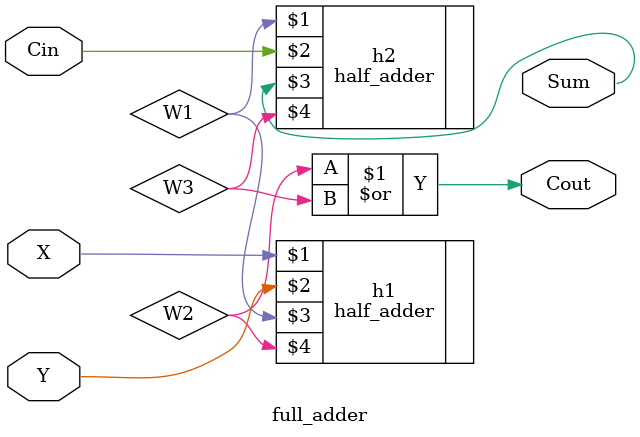
<source format=v>
`timescale 1ns / 1ps
module full_adder(input X,input Y,input Cin,output Sum,output Cout);

	// Create three wires for the intermediate values between the
	// two half adders.
	wire W1, W2, W3;
	
	// Compute the sum and carry out from the given inputs.
	half_adder h1(X, Y, W1, W2);
	half_adder h2(W1, Cin, Sum, W3);
	or(Cout, W2, W3);

endmodule

</source>
